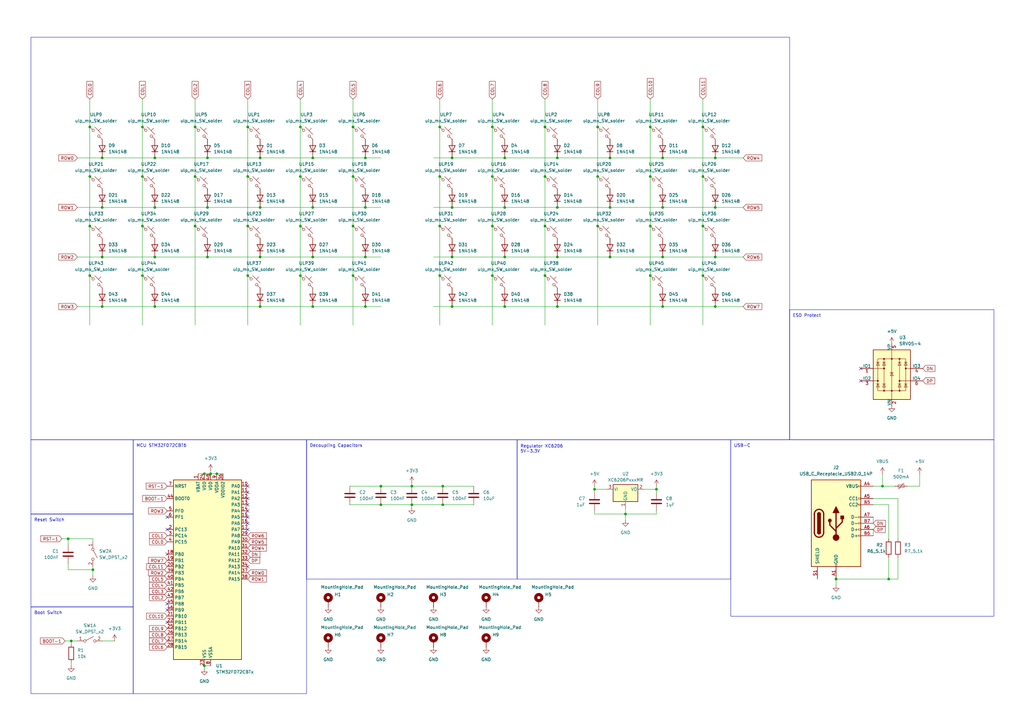
<source format=kicad_sch>
(kicad_sch (version 20231120) (generator "eeschema") (generator_version "8.0")
  (paper "A3")
  (junction (at 106.68 64.77))
  (junction (at 123.19 92.71))
  (junction (at 361.95 199.39))
  (junction (at 245.11 52.07))
  (junction (at 245.11 72.39))
  (junction (at 83.82 194.31))
  (junction (at 149.86 85.09))
  (junction (at 38.1 233.68))
  (junction (at 293.37 85.09))
  (junction (at 271.78 105.41))
  (junction (at 228.6 85.09))
  (junction (at 128.27 125.73))
  (junction (at 185.42 125.73))
  (junction (at 80.01 72.39))
  (junction (at 85.09 85.09))
  (junction (at 85.09 105.41))
  (junction (at 269.24 200.66))
  (junction (at 106.68 105.41))
  (junction (at 185.42 85.09))
  (junction (at 144.78 113.03))
  (junction (at 36.83 92.71))
  (junction (at 41.91 125.73))
  (junction (at 180.34 113.03))
  (junction (at 101.6 92.71))
  (junction (at 41.91 64.77))
  (junction (at 342.9 237.49))
  (junction (at 364.49 237.49))
  (junction (at 271.78 125.73))
  (junction (at 144.78 72.39))
  (junction (at 243.84 200.66))
  (junction (at 80.01 52.07))
  (junction (at 180.34 72.39))
  (junction (at 123.19 72.39))
  (junction (at 144.78 52.07))
  (junction (at 41.91 85.09))
  (junction (at 201.93 113.03))
  (junction (at 223.52 113.03))
  (junction (at 293.37 105.41))
  (junction (at 36.83 52.07))
  (junction (at 156.21 207.01))
  (junction (at 288.29 72.39))
  (junction (at 250.19 64.77))
  (junction (at 207.01 125.73))
  (junction (at 288.29 113.03))
  (junction (at 223.52 92.71))
  (junction (at 181.61 207.01))
  (junction (at 128.27 64.77))
  (junction (at 266.7 52.07))
  (junction (at 271.78 85.09))
  (junction (at 85.09 64.77))
  (junction (at 201.93 92.71))
  (junction (at 250.19 85.09))
  (junction (at 228.6 125.73))
  (junction (at 123.19 52.07))
  (junction (at 168.91 199.39))
  (junction (at 63.5 64.77))
  (junction (at 223.52 52.07))
  (junction (at 63.5 85.09))
  (junction (at 106.68 125.73))
  (junction (at 266.7 72.39))
  (junction (at 293.37 64.77))
  (junction (at 201.93 52.07))
  (junction (at 250.19 105.41))
  (junction (at 149.86 125.73))
  (junction (at 29.21 262.89))
  (junction (at 180.34 52.07))
  (junction (at 228.6 105.41))
  (junction (at 128.27 85.09))
  (junction (at 271.78 64.77))
  (junction (at 288.29 92.71))
  (junction (at 83.82 273.05))
  (junction (at 58.42 92.71))
  (junction (at 128.27 105.41))
  (junction (at 63.5 105.41))
  (junction (at 58.42 113.03))
  (junction (at 266.7 113.03))
  (junction (at 106.68 85.09))
  (junction (at 27.94 220.98))
  (junction (at 185.42 105.41))
  (junction (at 207.01 85.09))
  (junction (at 88.9 194.31))
  (junction (at 288.29 52.07))
  (junction (at 86.36 194.31))
  (junction (at 181.61 199.39))
  (junction (at 201.93 72.39))
  (junction (at 228.6 64.77))
  (junction (at 149.86 105.41))
  (junction (at 207.01 64.77))
  (junction (at 185.42 64.77))
  (junction (at 156.21 199.39))
  (junction (at 245.11 92.71))
  (junction (at 223.52 72.39))
  (junction (at 58.42 52.07))
  (junction (at 101.6 113.03))
  (junction (at 41.91 105.41))
  (junction (at 256.54 210.82))
  (junction (at 293.37 125.73))
  (junction (at 144.78 92.71))
  (junction (at 168.91 207.01))
  (junction (at 149.86 64.77))
  (junction (at 101.6 52.07))
  (junction (at 36.83 72.39))
  (junction (at 101.6 72.39))
  (junction (at 36.83 113.03))
  (junction (at 58.42 72.39))
  (junction (at 180.34 92.71))
  (junction (at 63.5 125.73))
  (junction (at 207.01 105.41))
  (junction (at 123.19 113.03))
  (junction (at 266.7 92.71))
  (junction (at 80.01 92.71))
  (no_connect (at 101.6 212.09))
  (no_connect (at 68.58 250.19))
  (no_connect (at 101.6 214.63))
  (no_connect (at 101.6 207.01))
  (no_connect (at 101.6 232.41))
  (no_connect (at 101.6 204.47))
  (no_connect (at 68.58 247.65))
  (no_connect (at 101.6 201.93))
  (no_connect (at 68.58 255.27))
  (no_connect (at 68.58 217.17))
  (no_connect (at 101.6 209.55))
  (no_connect (at 68.58 212.09))
  (no_connect (at 353.06 151.13))
  (no_connect (at 101.6 217.17))
  (no_connect (at 353.06 156.21))
  (no_connect (at 101.6 199.39))
  (no_connect (at 68.58 227.33))
  (wire (pts (xy 168.91 207.01) (xy 181.61 207.01)))
  (wire (pts (xy 156.21 105.41) (xy 149.86 105.41)))
  (wire (pts (xy 149.86 125.73) (xy 156.21 125.73)))
  (wire (pts (xy 223.52 92.71) (xy 223.52 113.03)))
  (wire (pts (xy 25.4 220.98) (xy 27.94 220.98)))
  (wire (pts (xy 83.82 194.31) (xy 86.36 194.31)))
  (wire (pts (xy 106.68 125.73) (xy 128.27 125.73)))
  (wire (pts (xy 271.78 125.73) (xy 293.37 125.73)))
  (wire (pts (xy 63.5 105.41) (xy 41.91 105.41)))
  (wire (pts (xy 243.84 209.55) (xy 243.84 210.82)))
  (wire (pts (xy 293.37 125.73) (xy 304.8 125.73)))
  (wire (pts (xy 180.34 72.39) (xy 180.34 92.71)))
  (wire (pts (xy 128.27 125.73) (xy 149.86 125.73)))
  (wire (pts (xy 266.7 40.64) (xy 266.7 52.07)))
  (wire (pts (xy 243.84 210.82) (xy 256.54 210.82)))
  (wire (pts (xy 293.37 64.77) (xy 304.8 64.77)))
  (wire (pts (xy 144.78 40.64) (xy 144.78 52.07)))
  (wire (pts (xy 288.29 92.71) (xy 288.29 113.03)))
  (wire (pts (xy 207.01 64.77) (xy 228.6 64.77)))
  (wire (pts (xy 36.83 52.07) (xy 36.83 72.39)))
  (wire (pts (xy 256.54 210.82) (xy 256.54 213.36)))
  (wire (pts (xy 106.68 85.09) (xy 128.27 85.09)))
  (wire (pts (xy 288.29 52.07) (xy 288.29 72.39)))
  (wire (pts (xy 86.36 193.04) (xy 86.36 194.31)))
  (wire (pts (xy 207.01 105.41) (xy 228.6 105.41)))
  (wire (pts (xy 250.19 105.41) (xy 271.78 105.41)))
  (wire (pts (xy 168.91 207.01) (xy 168.91 208.28)))
  (wire (pts (xy 223.52 52.07) (xy 223.52 72.39)))
  (wire (pts (xy 149.86 85.09) (xy 156.21 85.09)))
  (wire (pts (xy 31.75 85.09) (xy 41.91 85.09)))
  (wire (pts (xy 58.42 72.39) (xy 58.42 92.71)))
  (wire (pts (xy 101.6 40.64) (xy 101.6 52.07)))
  (wire (pts (xy 106.68 105.41) (xy 85.09 105.41)))
  (wire (pts (xy 29.21 262.89) (xy 29.21 264.16)))
  (wire (pts (xy 27.94 220.98) (xy 38.1 220.98)))
  (wire (pts (xy 266.7 113.03) (xy 266.7 133.35)))
  (wire (pts (xy 269.24 199.39) (xy 269.24 200.66)))
  (wire (pts (xy 269.24 200.66) (xy 269.24 201.93)))
  (wire (pts (xy 228.6 125.73) (xy 271.78 125.73)))
  (wire (pts (xy 58.42 52.07) (xy 58.42 72.39)))
  (wire (pts (xy 86.36 194.31) (xy 88.9 194.31)))
  (wire (pts (xy 243.84 199.39) (xy 243.84 200.66)))
  (wire (pts (xy 269.24 209.55) (xy 269.24 210.82)))
  (wire (pts (xy 243.84 200.66) (xy 243.84 201.93)))
  (wire (pts (xy 185.42 105.41) (xy 207.01 105.41)))
  (wire (pts (xy 29.21 262.89) (xy 31.75 262.89)))
  (wire (pts (xy 36.83 72.39) (xy 36.83 92.71)))
  (wire (pts (xy 201.93 72.39) (xy 201.93 92.71)))
  (wire (pts (xy 27.94 220.98) (xy 27.94 223.52)))
  (wire (pts (xy 31.75 64.77) (xy 41.91 64.77)))
  (wire (pts (xy 101.6 72.39) (xy 101.6 92.71)))
  (wire (pts (xy 256.54 208.28) (xy 256.54 210.82)))
  (wire (pts (xy 168.91 198.12) (xy 168.91 199.39)))
  (wire (pts (xy 81.28 194.31) (xy 83.82 194.31)))
  (wire (pts (xy 364.49 237.49) (xy 368.3 237.49)))
  (wire (pts (xy 264.16 200.66) (xy 269.24 200.66)))
  (wire (pts (xy 364.49 228.6) (xy 364.49 237.49)))
  (wire (pts (xy 180.34 40.64) (xy 180.34 52.07)))
  (wire (pts (xy 27.94 231.14) (xy 27.94 233.68)))
  (wire (pts (xy 149.86 64.77) (xy 156.21 64.77)))
  (wire (pts (xy 201.93 40.64) (xy 201.93 52.07)))
  (wire (pts (xy 358.14 217.17) (xy 358.14 219.71)))
  (wire (pts (xy 271.78 64.77) (xy 293.37 64.77)))
  (wire (pts (xy 368.3 204.47) (xy 368.3 220.98)))
  (wire (pts (xy 156.21 199.39) (xy 168.91 199.39)))
  (wire (pts (xy 271.78 105.41) (xy 293.37 105.41)))
  (wire (pts (xy 156.21 207.01) (xy 168.91 207.01)))
  (wire (pts (xy 58.42 92.71) (xy 58.42 113.03)))
  (wire (pts (xy 358.14 204.47) (xy 368.3 204.47)))
  (wire (pts (xy 181.61 199.39) (xy 194.31 199.39)))
  (wire (pts (xy 288.29 72.39) (xy 288.29 92.71)))
  (wire (pts (xy 201.93 92.71) (xy 201.93 113.03)))
  (wire (pts (xy 36.83 113.03) (xy 36.83 133.35)))
  (wire (pts (xy 128.27 64.77) (xy 149.86 64.77)))
  (wire (pts (xy 266.7 92.71) (xy 266.7 113.03)))
  (wire (pts (xy 80.01 40.64) (xy 80.01 52.07)))
  (wire (pts (xy 101.6 52.07) (xy 101.6 72.39)))
  (wire (pts (xy 128.27 85.09) (xy 149.86 85.09)))
  (wire (pts (xy 144.78 113.03) (xy 144.78 133.35)))
  (wire (pts (xy 361.95 199.39) (xy 367.03 199.39)))
  (wire (pts (xy 180.34 52.07) (xy 180.34 72.39)))
  (wire (pts (xy 85.09 64.77) (xy 106.68 64.77)))
  (wire (pts (xy 85.09 85.09) (xy 106.68 85.09)))
  (wire (pts (xy 123.19 113.03) (xy 123.19 133.35)))
  (wire (pts (xy 228.6 105.41) (xy 250.19 105.41)))
  (wire (pts (xy 123.19 72.39) (xy 123.19 92.71)))
  (wire (pts (xy 83.82 273.05) (xy 83.82 274.32)))
  (wire (pts (xy 372.11 199.39) (xy 377.19 199.39)))
  (wire (pts (xy 31.75 125.73) (xy 41.91 125.73)))
  (wire (pts (xy 181.61 207.01) (xy 194.31 207.01)))
  (wire (pts (xy 245.11 72.39) (xy 245.11 92.71)))
  (wire (pts (xy 63.5 64.77) (xy 85.09 64.77)))
  (wire (pts (xy 256.54 210.82) (xy 269.24 210.82)))
  (wire (pts (xy 364.49 207.01) (xy 364.49 220.98)))
  (wire (pts (xy 250.19 85.09) (xy 271.78 85.09)))
  (wire (pts (xy 342.9 237.49) (xy 364.49 237.49)))
  (wire (pts (xy 266.7 72.39) (xy 266.7 92.71)))
  (wire (pts (xy 248.92 200.66) (xy 243.84 200.66)))
  (wire (pts (xy 38.1 220.98) (xy 38.1 222.25)))
  (wire (pts (xy 80.01 72.39) (xy 80.01 92.71)))
  (wire (pts (xy 38.1 233.68) (xy 38.1 236.22)))
  (wire (pts (xy 123.19 40.64) (xy 123.19 52.07)))
  (wire (pts (xy 361.95 194.31) (xy 361.95 199.39)))
  (wire (pts (xy 144.78 72.39) (xy 144.78 92.71)))
  (wire (pts (xy 185.42 64.77) (xy 207.01 64.77)))
  (wire (pts (xy 144.78 92.71) (xy 144.78 113.03)))
  (wire (pts (xy 36.83 40.64) (xy 36.83 52.07)))
  (wire (pts (xy 201.93 52.07) (xy 201.93 72.39)))
  (wire (pts (xy 293.37 85.09) (xy 304.8 85.09)))
  (wire (pts (xy 41.91 125.73) (xy 63.5 125.73)))
  (wire (pts (xy 185.42 85.09) (xy 207.01 85.09)))
  (wire (pts (xy 207.01 125.73) (xy 228.6 125.73)))
  (wire (pts (xy 41.91 64.77) (xy 63.5 64.77)))
  (wire (pts (xy 245.11 52.07) (xy 245.11 72.39)))
  (wire (pts (xy 185.42 125.73) (xy 207.01 125.73)))
  (wire (pts (xy 38.1 233.68) (xy 38.1 232.41)))
  (wire (pts (xy 168.91 199.39) (xy 181.61 199.39)))
  (wire (pts (xy 63.5 125.73) (xy 106.68 125.73)))
  (wire (pts (xy 143.51 207.01) (xy 156.21 207.01)))
  (wire (pts (xy 123.19 92.71) (xy 123.19 113.03)))
  (wire (pts (xy 63.5 85.09) (xy 85.09 85.09)))
  (wire (pts (xy 41.91 85.09) (xy 63.5 85.09)))
  (wire (pts (xy 358.14 212.09) (xy 358.14 214.63)))
  (wire (pts (xy 83.82 273.05) (xy 86.36 273.05)))
  (wire (pts (xy 180.34 92.71) (xy 180.34 113.03)))
  (wire (pts (xy 180.34 113.03) (xy 180.34 133.35)))
  (wire (pts (xy 144.78 52.07) (xy 144.78 72.39)))
  (wire (pts (xy 58.42 40.64) (xy 58.42 52.07)))
  (wire (pts (xy 58.42 113.03) (xy 58.42 133.35)))
  (wire (pts (xy 177.8 85.09) (xy 185.42 85.09)))
  (wire (pts (xy 266.7 52.07) (xy 266.7 72.39)))
  (wire (pts (xy 177.8 125.73) (xy 185.42 125.73)))
  (wire (pts (xy 228.6 85.09) (xy 250.19 85.09)))
  (wire (pts (xy 177.8 64.77) (xy 185.42 64.77)))
  (wire (pts (xy 250.19 64.77) (xy 271.78 64.77)))
  (wire (pts (xy 368.3 228.6) (xy 368.3 237.49)))
  (wire (pts (xy 201.93 113.03) (xy 201.93 133.35)))
  (wire (pts (xy 128.27 105.41) (xy 106.68 105.41)))
  (wire (pts (xy 143.51 199.39) (xy 156.21 199.39)))
  (wire (pts (xy 80.01 92.71) (xy 80.01 133.35)))
  (wire (pts (xy 288.29 113.03) (xy 288.29 133.35)))
  (wire (pts (xy 293.37 105.41) (xy 304.8 105.41)))
  (wire (pts (xy 177.8 105.41) (xy 185.42 105.41)))
  (wire (pts (xy 101.6 92.71) (xy 101.6 113.03)))
  (wire (pts (xy 228.6 64.77) (xy 250.19 64.77)))
  (wire (pts (xy 342.9 240.03) (xy 342.9 237.49)))
  (wire (pts (xy 36.83 92.71) (xy 36.83 113.03)))
  (wire (pts (xy 149.86 105.41) (xy 128.27 105.41)))
  (wire (pts (xy 207.01 85.09) (xy 228.6 85.09)))
  (wire (pts (xy 85.09 105.41) (xy 63.5 105.41)))
  (wire (pts (xy 288.29 40.64) (xy 288.29 52.07)))
  (wire (pts (xy 245.11 92.71) (xy 245.11 133.35)))
  (wire (pts (xy 358.14 207.01) (xy 364.49 207.01)))
  (wire (pts (xy 101.6 113.03) (xy 101.6 133.35)))
  (wire (pts (xy 223.52 113.03) (xy 223.52 133.35)))
  (wire (pts (xy 26.67 262.89) (xy 29.21 262.89)))
  (wire (pts (xy 377.19 194.31) (xy 377.19 199.39)))
  (wire (pts (xy 29.21 271.78) (xy 29.21 273.05)))
  (wire (pts (xy 223.52 72.39) (xy 223.52 92.71)))
  (wire (pts (xy 223.52 40.64) (xy 223.52 52.07)))
  (wire (pts (xy 41.91 105.41) (xy 31.75 105.41)))
  (wire (pts (xy 271.78 85.09) (xy 293.37 85.09)))
  (wire (pts (xy 41.91 262.89) (xy 46.99 262.89)))
  (wire (pts (xy 123.19 52.07) (xy 123.19 72.39)))
  (wire (pts (xy 88.9 194.31) (xy 91.44 194.31)))
  (wire (pts (xy 27.94 233.68) (xy 38.1 233.68)))
  (wire (pts (xy 245.11 40.64) (xy 245.11 52.07)))
  (wire (pts (xy 358.14 199.39) (xy 361.95 199.39)))
  (wire (pts (xy 106.68 64.77) (xy 128.27 64.77)))
  (wire (pts (xy 80.01 52.07) (xy 80.01 72.39)))
  (rectangle (start 299.72 180.34) (end 407.67 252.73))
  (rectangle (start 12.7 248.92) (end 54.61 284.48))
  (rectangle (start 125.73 180.34) (end 212.09 237.49))
  (rectangle (start 212.09 180.34) (end 299.72 237.49))
  (rectangle (start 12.7 210.82) (end 54.61 248.92))
  (rectangle (start 323.85 127) (end 407.67 180.34))
  (rectangle (start 12.7 15.24) (end 323.85 180.34))
  (rectangle (start 54.61 180.34) (end 125.73 284.48))
  (rectangle (start 12.7 180.34) (end 54.61 210.82))
  (text "Decoupling Capacitors\n" (at 127 182.88 0) (effects (font (size 1.27 1.27)) (justify left)))
  (text "MCU STM32F072CBT6" (at 55.88 182.88 0) (effects (font (size 1.27 1.27)) (justify left)))
  (text "Reset Switch\n" (at 13.97 213.36 0) (effects (font (size 1.27 1.27)) (justify left)))
  (text "USB-C" (at 300.99 182.88 0) (effects (font (size 1.27 1.27)) (justify left)))
  (text "Regulator XC6206\n5V-3.3V\n" (at 213.36 184.15 0) (effects (font (size 1.27 1.27)) (justify left)))
  (text "Boot Switch\n" (at 13.97 251.46 0) (effects (font (size 1.27 1.27)) (justify left)))
  (text "ESD Protect" (at 325.12 129.54 0) (effects (font (size 1.27 1.27)) (justify left)))
  (global_label "ROW2" (shape input) (at 68.58 234.95 180) (property "Intersheetrefs" "${INTERSHEET_REFS}" (effects (hide yes))))
  (global_label "ROW3" (shape input) (at 31.75 125.73 180) (property "Intersheetrefs" "${INTERSHEET_REFS}" (effects (hide yes))))
  (global_label "ROW2" (shape input) (at 31.75 105.41 180) (property "Intersheetrefs" "${INTERSHEET_REFS}" (effects (hide yes))))
  (global_label "COL0" (shape input) (at 36.83 40.64 90) (property "Intersheetrefs" "${INTERSHEET_REFS}" (effects (hide yes))))
  (global_label "COL5" (shape input) (at 144.78 40.64 90) (property "Intersheetrefs" "${INTERSHEET_REFS}" (effects (hide yes))))
  (global_label "ROW3" (shape input) (at 68.58 209.55 180) (property "Intersheetrefs" "${INTERSHEET_REFS}" (effects (hide yes))))
  (global_label "DP" (shape input) (at 378.46 156.21 0) (property "Intersheetrefs" "${INTERSHEET_REFS}" (effects (hide yes))))
  (global_label "ROW4" (shape input) (at 101.6 224.79 0) (property "Intersheetrefs" "${INTERSHEET_REFS}" (effects (hide yes))))
  (global_label "DP" (shape input) (at 358.14 217.17 0) (property "Intersheetrefs" "${INTERSHEET_REFS}" (effects (hide yes))))
  (global_label "COL5" (shape input) (at 68.58 237.49 180) (property "Intersheetrefs" "${INTERSHEET_REFS}" (effects (hide yes))))
  (global_label "ROW6" (shape input) (at 304.8 105.41 0) (property "Intersheetrefs" "${INTERSHEET_REFS}" (effects (hide yes))))
  (global_label "BOOT-1" (shape input) (at 68.58 204.47 180) (property "Intersheetrefs" "${INTERSHEET_REFS}" (effects (hide yes))))
  (global_label "COL2" (shape input) (at 68.58 245.11 180) (property "Intersheetrefs" "${INTERSHEET_REFS}" (effects (hide yes))))
  (global_label "COL10" (shape input) (at 68.58 252.73 180) (property "Intersheetrefs" "${INTERSHEET_REFS}" (effects (hide yes))))
  (global_label "COL4" (shape input) (at 68.58 240.03 180) (property "Intersheetrefs" "${INTERSHEET_REFS}" (effects (hide yes))))
  (global_label "COL6" (shape input) (at 180.34 40.64 90) (property "Intersheetrefs" "${INTERSHEET_REFS}" (effects (hide yes))))
  (global_label "ROW6" (shape input) (at 101.6 219.71 0) (property "Intersheetrefs" "${INTERSHEET_REFS}" (effects (hide yes))))
  (global_label "ROW7" (shape input) (at 68.58 229.87 180) (property "Intersheetrefs" "${INTERSHEET_REFS}" (effects (hide yes))))
  (global_label "COL8" (shape input) (at 223.52 40.64 90) (property "Intersheetrefs" "${INTERSHEET_REFS}" (effects (hide yes))))
  (global_label "COL11" (shape input) (at 288.29 40.64 90) (property "Intersheetrefs" "${INTERSHEET_REFS}" (effects (hide yes))))
  (global_label "COL4" (shape input) (at 123.19 40.64 90) (property "Intersheetrefs" "${INTERSHEET_REFS}" (effects (hide yes))))
  (global_label "RST-1" (shape input) (at 68.58 199.39 180) (property "Intersheetrefs" "${INTERSHEET_REFS}" (effects (hide yes))))
  (global_label "COL9" (shape input) (at 68.58 257.81 180) (property "Intersheetrefs" "${INTERSHEET_REFS}" (effects (hide yes))))
  (global_label "COL10" (shape input) (at 266.7 40.64 90) (property "Intersheetrefs" "${INTERSHEET_REFS}" (effects (hide yes))))
  (global_label "COL8" (shape input) (at 68.58 260.35 180) (property "Intersheetrefs" "${INTERSHEET_REFS}" (effects (hide yes))))
  (global_label "ROW5" (shape input) (at 304.8 85.09 0) (property "Intersheetrefs" "${INTERSHEET_REFS}" (effects (hide yes))))
  (global_label "COL11" (shape input) (at 68.58 232.41 180) (property "Intersheetrefs" "${INTERSHEET_REFS}" (effects (hide yes))))
  (global_label "COL7" (shape input) (at 68.58 262.89 180) (property "Intersheetrefs" "${INTERSHEET_REFS}" (effects (hide yes))))
  (global_label "COL7" (shape input) (at 201.93 40.64 90) (property "Intersheetrefs" "${INTERSHEET_REFS}" (effects (hide yes))))
  (global_label "COL1" (shape input) (at 58.42 40.64 90) (property "Intersheetrefs" "${INTERSHEET_REFS}" (effects (hide yes))))
  (global_label "DN" (shape input) (at 378.46 151.13 0) (property "Intersheetrefs" "${INTERSHEET_REFS}" (effects (hide yes))))
  (global_label "RST-1" (shape input) (at 25.4 220.98 180) (property "Intersheetrefs" "${INTERSHEET_REFS}" (effects (hide yes))))
  (global_label "ROW4" (shape input) (at 304.8 64.77 0) (property "Intersheetrefs" "${INTERSHEET_REFS}" (effects (hide yes))))
  (global_label "COL9" (shape input) (at 245.11 40.64 90) (property "Intersheetrefs" "${INTERSHEET_REFS}" (effects (hide yes))))
  (global_label "DP" (shape input) (at 101.6 229.87 0) (property "Intersheetrefs" "${INTERSHEET_REFS}" (effects (hide yes))))
  (global_label "ROW7" (shape input) (at 304.8 125.73 0) (property "Intersheetrefs" "${INTERSHEET_REFS}" (effects (hide yes))))
  (global_label "COL6" (shape input) (at 68.58 265.43 180) (property "Intersheetrefs" "${INTERSHEET_REFS}" (effects (hide yes))))
  (global_label "ROW0" (shape input) (at 31.75 64.77 180) (property "Intersheetrefs" "${INTERSHEET_REFS}" (effects (hide yes))))
  (global_label "COL3" (shape input) (at 68.58 242.57 180) (property "Intersheetrefs" "${INTERSHEET_REFS}" (effects (hide yes))))
  (global_label "BOOT-1" (shape input) (at 26.67 262.89 180) (property "Intersheetrefs" "${INTERSHEET_REFS}" (effects (hide yes))))
  (global_label "COL2" (shape input) (at 80.01 40.64 90) (property "Intersheetrefs" "${INTERSHEET_REFS}" (effects (hide yes))))
  (global_label "ROW1" (shape input) (at 31.75 85.09 180) (property "Intersheetrefs" "${INTERSHEET_REFS}" (effects (hide yes))))
  (global_label "COL3" (shape input) (at 101.6 40.64 90) (property "Intersheetrefs" "${INTERSHEET_REFS}" (effects (hide yes))))
  (global_label "COL1" (shape input) (at 68.58 219.71 180) (property "Intersheetrefs" "${INTERSHEET_REFS}" (effects (hide yes))))
  (global_label "DN" (shape input) (at 101.6 227.33 0) (property "Intersheetrefs" "${INTERSHEET_REFS}" (effects (hide yes))))
  (global_label "ROW1" (shape input) (at 101.6 237.49 0) (property "Intersheetrefs" "${INTERSHEET_REFS}" (effects (hide yes))))
  (global_label "ROW5" (shape input) (at 101.6 222.25 0) (property "Intersheetrefs" "${INTERSHEET_REFS}" (effects (hide yes))))
  (global_label "DN" (shape input) (at 358.14 214.63 0) (property "Intersheetrefs" "${INTERSHEET_REFS}" (effects (hide yes))))
  (global_label "ROW0" (shape input) (at 101.6 234.95 0) (property "Intersheetrefs" "${INTERSHEET_REFS}" (effects (hide yes))))
  (global_label "COL0" (shape input) (at 68.58 222.25 180) (property "Intersheetrefs" "${INTERSHEET_REFS}" (effects (hide yes))))
  (symbol (lib_id "Device:D") (at 149.86 60.96 90) (unit 1)
    (property "Reference" "D6" (at 152.4 59.6899 90) (effects (justify right)))
    (property "Value" "1N4148" (at 152.4 62.2299 90) (effects (justify right)))
    (property "Footprint" "Diode_SMD:D_SOD-323" (effects (hide yes)))
    (property "Description" "Diode" (effects (hide yes)))
    (property "Sim.Device" "D" (effects (hide yes)))
    (property "Sim.Pins" "1=K 2=A" (effects (hide yes)))
  )
  (symbol (lib_id "power:GND") (at 365.76 166.37 0) (unit 1)
    (property "Reference" "#PWR016" (effects (hide yes)))
    (property "Value" "GND" (at 365.76 171.45 0))
    (property "Description" "Power symbol creates a global label with name \"GND\" , ground" (effects (hide yes)))
  )
  (symbol (lib_id "Device:C") (at 143.51 203.2 0) (unit 1)
    (property "Reference" "C2" (at 147.32 201.9299 0) (effects (justify left)))
    (property "Value" "100nF" (at 147.32 204.4699 0) (effects (justify left)))
    (property "Footprint" "Capacitor_SMD:C_0402_1005Metric" (effects (hide yes)))
    (property "Description" "Unpolarized capacitor" (effects (hide yes)))
  )
  (symbol (lib_id "Device:D") (at 293.37 121.92 90) (unit 1)
    (property "Reference" "D46" (at 295.91 120.6499 90) (effects (justify right)))
    (property "Value" "1N4148" (at 295.91 123.1899 90) (effects (justify right)))
    (property "Footprint" "Diode_SMD:D_SOD-323" (effects (hide yes)))
    (property "Description" "Diode" (effects (hide yes)))
    (property "Sim.Device" "D" (effects (hide yes)))
    (property "Sim.Pins" "1=K 2=A" (effects (hide yes)))
  )
  (symbol (lib_id "Device:D") (at 63.5 121.92 90) (unit 1)
    (property "Reference" "D44" (at 66.04 120.6499 90) (effects (justify right)))
    (property "Value" "1N4148" (at 66.04 123.1899 90) (effects (justify right)))
    (property "Footprint" "Diode_SMD:D_SOD-323" (effects (hide yes)))
    (property "Description" "Diode" (effects (hide yes)))
    (property "Sim.Device" "D" (effects (hide yes)))
    (property "Sim.Pins" "1=K 2=A" (effects (hide yes)))
  )
  (symbol (lib_id "Device:D") (at 128.27 81.28 90) (unit 1)
    (property "Reference" "D15" (at 130.81 80.0099 90) (effects (justify right)))
    (property "Value" "1N4148" (at 130.81 82.5499 90) (effects (justify right)))
    (property "Footprint" "Diode_SMD:D_SOD-323" (effects (hide yes)))
    (property "Description" "Diode" (effects (hide yes)))
    (property "Sim.Device" "D" (effects (hide yes)))
    (property "Sim.Pins" "1=K 2=A" (effects (hide yes)))
  )
  (symbol (lib_id "Device:D") (at 207.01 60.96 90) (unit 1)
    (property "Reference" "D4" (at 209.55 59.6899 90) (effects (justify right)))
    (property "Value" "1N4148" (at 209.55 62.2299 90) (effects (justify right)))
    (property "Footprint" "Diode_SMD:D_SOD-323" (effects (hide yes)))
    (property "Description" "Diode" (effects (hide yes)))
    (property "Sim.Device" "D" (effects (hide yes)))
    (property "Sim.Pins" "1=K 2=A" (effects (hide yes)))
  )
  (symbol (lib_id "Device:D") (at 41.91 60.96 90) (unit 1)
    (property "Reference" "D9" (at 44.45 59.6899 90) (effects (justify right)))
    (property "Value" "1N4148" (at 44.45 62.2299 90) (effects (justify right)))
    (property "Footprint" "Diode_SMD:D_SOD-323" (effects (hide yes)))
    (property "Description" "Diode" (effects (hide yes)))
    (property "Sim.Device" "D" (effects (hide yes)))
    (property "Sim.Pins" "1=K 2=A" (effects (hide yes)))
  )
  (symbol (lib_id "Device:D") (at 41.91 81.28 90) (unit 1)
    (property "Reference" "D21" (at 44.45 80.0099 90) (effects (justify right)))
    (property "Value" "1N4148" (at 44.45 82.5499 90) (effects (justify right)))
    (property "Footprint" "Diode_SMD:D_SOD-323" (effects (hide yes)))
    (property "Description" "Diode" (effects (hide yes)))
    (property "Sim.Device" "D" (effects (hide yes)))
    (property "Sim.Pins" "1=K 2=A" (effects (hide yes)))
  )
  (symbol (lib_id "Device:D") (at 149.86 81.28 90) (unit 1)
    (property "Reference" "D18" (at 152.4 80.0099 90) (effects (justify right)))
    (property "Value" "1N4148" (at 152.4 82.5499 90) (effects (justify right)))
    (property "Footprint" "Diode_SMD:D_SOD-323" (effects (hide yes)))
    (property "Description" "Diode" (effects (hide yes)))
    (property "Sim.Device" "D" (effects (hide yes)))
    (property "Sim.Pins" "1=K 2=A" (effects (hide yes)))
  )
  (symbol (lib_id "MCU_ST_STM32F0:STM32F072CBTx") (at 83.82 234.95 0) (unit 1)
    (property "Reference" "U1" (at 88.5541 273.05 0) (effects (justify left)))
    (property "Value" "STM32F072CBTx" (at 88.5541 275.59 0) (effects (justify left)))
    (property "Footprint" "Package_QFP:LQFP-48_7x7mm_P0.5mm" (effects (hide yes)))
    (property "Datasheet" "https://www.st.com/resource/en/datasheet/stm32f072cb.pdf" (effects (hide yes)))
    (property "Description" "STMicroelectronics Arm Cortex-M0 MCU, 128KB flash, 16KB RAM, 48 MHz, 2.0-3.6V, 37 GPIO, LQFP48" (effects (hide yes)))
    (property "MPN" "C81720" (effects (hide yes)))
  )
  (symbol (lib_id "power:GND") (at 199.39 265.43 0) (unit 1)
    (property "Reference" "#PWR024" (effects (hide yes)))
    (property "Value" "GND" (at 199.39 270.51 0))
    (property "Description" "Power symbol creates a global label with name \"GND\" , ground" (effects (hide yes)))
  )
  (symbol (lib_id "PCM_marbastlib-choc:choc_v1_SW_solder") (at 39.37 74.93 0) (unit 1)
    (property "Reference" "ULP21" (at 39.37 67.31 0))
    (property "Value" "ulp_mx_SW_solder" (at 39.37 69.85 0))
    (property "Footprint" "PCM_marbastlib-xp-mx:SW_MX_ULP_1u" (effects (hide yes)))
    (property "Description" "Push button switch, normally open, two pins, 45° tilted" (effects (hide yes)))
  )
  (symbol (lib_id "Device:D") (at 41.91 121.92 90) (unit 1)
    (property "Reference" "D43" (at 44.45 120.6499 90) (effects (justify right)))
    (property "Value" "1N4148" (at 44.45 123.1899 90) (effects (justify right)))
    (property "Footprint" "Diode_SMD:D_SOD-323" (effects (hide yes)))
    (property "Description" "Diode" (effects (hide yes)))
    (property "Sim.Device" "D" (effects (hide yes)))
    (property "Sim.Pins" "1=K 2=A" (effects (hide yes)))
  )
  (symbol (lib_id "PCM_marbastlib-choc:choc_v1_SW_solder") (at 60.96 74.93 0) (unit 1)
    (property "Reference" "ULP22" (at 60.96 67.31 0))
    (property "Value" "ulp_mx_SW_solder" (at 60.96 69.85 0))
    (property "Footprint" "PCM_marbastlib-xp-mx:SW_MX_ULP_1u" (effects (hide yes)))
    (property "Description" "Push button switch, normally open, two pins, 45° tilted" (effects (hide yes)))
  )
  (symbol (lib_id "PCM_marbastlib-choc:choc_v1_SW_solder") (at 147.32 95.25 0) (unit 1)
    (property "Reference" "ULP30" (at 147.32 87.63 0))
    (property "Value" "ulp_mx_SW_solder" (at 147.32 90.17 0))
    (property "Footprint" "PCM_marbastlib-xp-mx:SW_MX_ULP_1u" (effects (hide yes)))
    (property "Description" "Push button switch, normally open, two pins, 45° tilted" (effects (hide yes)))
  )
  (symbol (lib_id "Mechanical:MountingHole_Pad") (at 177.8 262.89 0) (unit 1) (exclude_from_sim yes) (in_bom no)
    (property "Reference" "H8" (at 180.34 260.3499 0) (effects (justify left)))
    (property "Value" "MountingHole_Pad" (at 174.752 257.302 0) (effects (justify left)))
    (property "Footprint" "MountingHole:MountingHole_3.2mm_M3_ISO14580_Pad" (effects (hide yes)))
    (property "Description" "Mounting Hole with connection" (effects (hide yes)))
  )
  (symbol (lib_id "Mechanical:MountingHole_Pad") (at 156.21 246.38 0) (unit 1) (exclude_from_sim yes) (in_bom no)
    (property "Reference" "H2" (at 158.75 243.8399 0) (effects (justify left)))
    (property "Value" "MountingHole_Pad" (at 153.162 240.792 0) (effects (justify left)))
    (property "Footprint" "MountingHole:MountingHole_3.2mm_M3_ISO14580_Pad" (effects (hide yes)))
    (property "Description" "Mounting Hole with connection" (effects (hide yes)))
  )
  (symbol (lib_id "power:+5V") (at 365.76 140.97 0) (unit 1)
    (property "Reference" "#PWR015" (effects (hide yes)))
    (property "Value" "+5V" (at 365.76 135.89 0))
    (property "Description" "Power symbol creates a global label with name \"+5V\"" (effects (hide yes)))
  )
  (symbol (lib_id "Device:R") (at 29.21 267.97 0) (unit 1)
    (property "Reference" "R1" (at 31.75 266.6999 0) (effects (justify left)))
    (property "Value" "10k" (at 31.75 269.2399 0) (effects (justify left)))
    (property "Footprint" "Resistor_SMD:R_0402_1005Metric" (effects (hide yes)))
    (property "Description" "Resistor" (effects (hide yes)))
  )
  (symbol (lib_id "power:GND") (at 29.21 273.05 0) (unit 1)
    (property "Reference" "#PWR01" (effects (hide yes)))
    (property "Value" "GND" (at 29.21 278.13 0))
    (property "Description" "Power symbol creates a global label with name \"GND\" , ground" (effects (hide yes)))
  )
  (symbol (lib_id "power:GND") (at 134.62 265.43 0) (unit 1)
    (property "Reference" "#PWR021" (effects (hide yes)))
    (property "Value" "GND" (at 134.62 270.51 0))
    (property "Description" "Power symbol creates a global label with name \"GND\" , ground" (effects (hide yes)))
  )
  (symbol (lib_id "PCM_marbastlib-choc:choc_v1_SW_solder") (at 204.47 74.93 0) (unit 1)
    (property "Reference" "ULP16" (at 204.47 67.31 0))
    (property "Value" "ulp_mx_SW_solder" (at 204.47 69.85 0))
    (property "Footprint" "PCM_marbastlib-xp-mx:SW_MX_ULP_1u" (effects (hide yes)))
    (property "Description" "Push button switch, normally open, two pins, 45° tilted" (effects (hide yes)))
  )
  (symbol (lib_id "Device:D") (at 128.27 60.96 90) (unit 1)
    (property "Reference" "D3" (at 130.81 59.6899 90) (effects (justify right)))
    (property "Value" "1N4148" (at 130.81 62.2299 90) (effects (justify right)))
    (property "Footprint" "Diode_SMD:D_SOD-323" (effects (hide yes)))
    (property "Description" "Diode" (effects (hide yes)))
    (property "Sim.Device" "D" (effects (hide yes)))
    (property "Sim.Pins" "1=K 2=A" (effects (hide yes)))
  )
  (symbol (lib_id "power:GND") (at 38.1 236.22 0) (unit 1)
    (property "Reference" "#PWR02" (effects (hide yes)))
    (property "Value" "GND" (at 38.1 241.3 0))
    (property "Description" "Power symbol creates a global label with name \"GND\" , ground" (effects (hide yes)))
  )
  (symbol (lib_id "PCM_marbastlib-choc:choc_v1_SW_solder") (at 82.55 74.93 0) (unit 1)
    (property "Reference" "ULP17" (at 82.55 67.31 0))
    (property "Value" "ulp_mx_SW_solder" (at 82.55 69.85 0))
    (property "Footprint" "PCM_marbastlib-xp-mx:SW_MX_ULP_1u" (effects (hide yes)))
    (property "Description" "Push button switch, normally open, two pins, 45° tilted" (effects (hide yes)))
  )
  (symbol (lib_id "Power_Protection:SRV05-4") (at 365.76 153.67 0) (unit 1)
    (property "Reference" "U3" (at 368.7765 138.43 0) (effects (justify left)))
    (property "Value" "SRV05-4" (at 368.7765 140.97 0) (effects (justify left)))
    (property "Footprint" "Package_TO_SOT_SMD:SOT-23-6" (effects (hide yes)))
    (property "Datasheet" "http://www.onsemi.com/pub/Collateral/SRV05-4-D.PDF" (effects (hide yes)))
    (property "Description" "ESD Protection Diodes with Low Clamping Voltage, SOT-23-6" (effects (hide yes)))
    (property "MPN" "C7420376" (effects (hide yes)))
  )
  (symbol (lib_id "PCM_marbastlib-choc:choc_v1_SW_solder") (at 247.65 95.25 0) (unit 1)
    (property "Reference" "ULP32" (at 247.65 87.63 0))
    (property "Value" "ulp_mx_SW_solder" (at 247.65 90.17 0))
    (property "Footprint" "PCM_marbastlib-xp-mx:SW_MX_ULP_1u" (effects (hide yes)))
    (property "Description" "Push button switch, normally open, two pins, 45° tilted" (effects (hide yes)))
  )
  (symbol (lib_id "PCM_marbastlib-choc:choc_v1_SW_solder") (at 147.32 54.61 0) (unit 1)
    (property "Reference" "ULP6" (at 147.32 46.99 0))
    (property "Value" "ulp_mx_SW_solder" (at 147.32 49.53 0))
    (property "Footprint" "PCM_marbastlib-xp-mx:SW_MX_ULP_1u" (effects (hide yes)))
    (property "Description" "Push button switch, normally open, two pins, 45° tilted" (effects (hide yes)))
  )
  (symbol (lib_id "Mechanical:MountingHole_Pad") (at 134.62 262.89 0) (unit 1) (exclude_from_sim yes) (in_bom no)
    (property "Reference" "H6" (at 137.16 260.3499 0) (effects (justify left)))
    (property "Value" "MountingHole_Pad" (at 131.572 257.302 0) (effects (justify left)))
    (property "Footprint" "MountingHole:MountingHole_3.2mm_M3_ISO14580_Pad" (effects (hide yes)))
    (property "Description" "Mounting Hole with connection" (effects (hide yes)))
  )
  (symbol (lib_id "Switch:SW_DPST_x2") (at 38.1 227.33 270) (unit 1)
    (property "Reference" "SW2" (at 40.64 226.0599 90) (effects (justify left)))
    (property "Value" "SW_DPST_x2" (at 40.64 228.5999 90) (effects (justify left)))
    (property "Footprint" "Button_Switch_SMD:SW_Push_1P1T_XKB_TS-1187A" (effects (hide yes)))
    (property "Description" "Single Pole Single Throw (SPST) switch, separate symbol" (effects (hide yes)))
    (property "MPN" "C318884" (effects (hide yes)))
  )
  (symbol (lib_id "power:+3V3") (at 269.24 199.39 0) (unit 1)
    (property "Reference" "#PWR012" (effects (hide yes)))
    (property "Value" "+3V3" (at 269.24 194.31 0))
    (property "Description" "Power symbol creates a global label with name \"+3V3\"" (effects (hide yes)))
  )
  (symbol (lib_id "power:GND") (at 168.91 208.28 0) (unit 1)
    (property "Reference" "#PWR09" (effects (hide yes)))
    (property "Value" "GND" (at 168.91 213.36 0))
    (property "Description" "Power symbol creates a global label with name \"GND\" , ground" (effects (hide yes)))
  )
  (symbol (lib_id "PCM_marbastlib-choc:choc_v1_SW_solder") (at 39.37 95.25 0) (unit 1)
    (property "Reference" "ULP33" (at 39.37 87.63 0))
    (property "Value" "ulp_mx_SW_solder" (at 39.37 90.17 0))
    (property "Footprint" "PCM_marbastlib-xp-mx:SW_MX_ULP_1u" (effects (hide yes)))
    (property "Description" "Push button switch, normally open, two pins, 45° tilted" (effects (hide yes)))
  )
  (symbol (lib_id "Device:D") (at 250.19 101.6 90) (unit 1)
    (property "Reference" "D32" (at 252.73 100.3299 90) (effects (justify right)))
    (property "Value" "1N4148" (at 252.73 102.8699 90) (effects (justify right)))
    (property "Footprint" "Diode_SMD:D_SOD-323" (effects (hide yes)))
    (property "Description" "Diode" (effects (hide yes)))
    (property "Sim.Device" "D" (effects (hide yes)))
    (property "Sim.Pins" "1=K 2=A" (effects (hide yes)))
  )
  (symbol (lib_id "Device:C") (at 27.94 227.33 0) (mirror y) (unit 1)
    (property "Reference" "C1" (at 24.13 226.0599 0) (effects (justify left)))
    (property "Value" "100nF" (at 24.13 228.5999 0) (effects (justify left)))
    (property "Footprint" "Capacitor_SMD:C_0402_1005Metric" (effects (hide yes)))
    (property "Description" "Unpolarized capacitor" (effects (hide yes)))
  )
  (symbol (lib_id "Device:D") (at 293.37 81.28 90) (unit 1)
    (property "Reference" "D26" (at 295.91 80.0099 90) (effects (justify right)))
    (property "Value" "1N4148" (at 295.91 82.5499 90) (effects (justify right)))
    (property "Footprint" "Diode_SMD:D_SOD-323" (effects (hide yes)))
    (property "Description" "Diode" (effects (hide yes)))
    (property "Sim.Device" "D" (effects (hide yes)))
    (property "Sim.Pins" "1=K 2=A" (effects (hide yes)))
  )
  (symbol (lib_id "PCM_marbastlib-choc:choc_v1_SW_solder") (at 125.73 95.25 0) (unit 1)
    (property "Reference" "ULP27" (at 125.73 87.63 0))
    (property "Value" "ulp_mx_SW_solder" (at 125.73 90.17 0))
    (property "Footprint" "PCM_marbastlib-xp-mx:SW_MX_ULP_1u" (effects (hide yes)))
    (property "Description" "Push button switch, normally open, two pins, 45° tilted" (effects (hide yes)))
  )
  (symbol (lib_id "Device:D") (at 63.5 60.96 90) (unit 1)
    (property "Reference" "D10" (at 66.04 59.6899 90) (effects (justify right)))
    (property "Value" "1N4148" (at 66.04 62.2299 90) (effects (justify right)))
    (property "Footprint" "Diode_SMD:D_SOD-323" (effects (hide yes)))
    (property "Description" "Diode" (effects (hide yes)))
    (property "Sim.Device" "D" (effects (hide yes)))
    (property "Sim.Pins" "1=K 2=A" (effects (hide yes)))
  )
  (symbol (lib_id "power:GND") (at 83.82 274.32 0) (unit 1)
    (property "Reference" "#PWR06" (effects (hide yes)))
    (property "Value" "GND" (at 83.82 279.4 0))
    (property "Description" "Power symbol creates a global label with name \"GND\" , ground" (effects (hide yes)))
  )
  (symbol (lib_id "PCM_marbastlib-choc:choc_v1_SW_solder") (at 125.73 74.93 0) (unit 1)
    (property "Reference" "ULP15" (at 125.73 67.31 0))
    (property "Value" "ulp_mx_SW_solder" (at 125.73 69.85 0))
    (property "Footprint" "PCM_marbastlib-xp-mx:SW_MX_ULP_1u" (effects (hide yes)))
    (property "Description" "Push button switch, normally open, two pins, 45° tilted" (effects (hide yes)))
  )
  (symbol (lib_id "Device:D") (at 293.37 60.96 90) (unit 1)
    (property "Reference" "D12" (at 295.91 59.6899 90) (effects (justify right)))
    (property "Value" "1N4148" (at 295.91 62.2299 90) (effects (justify right)))
    (property "Footprint" "Diode_SMD:D_SOD-323" (effects (hide yes)))
    (property "Description" "Diode" (effects (hide yes)))
    (property "Sim.Device" "D" (effects (hide yes)))
    (property "Sim.Pins" "1=K 2=A" (effects (hide yes)))
  )
  (symbol (lib_id "Device:Polyfuse_Small") (at 369.57 199.39 90) (unit 1)
    (property "Reference" "F1" (at 369.57 193.04 90))
    (property "Value" "500mA" (at 369.57 195.58 90))
    (property "Footprint" "Fuse:Fuse_1206_3216Metric" (effects (hide yes)))
    (property "LCSC" "C70076" (effects (hide yes)))
  )
  (symbol (lib_id "Device:D") (at 63.5 101.6 90) (unit 1)
    (property "Reference" "D34" (at 66.04 100.3299 90) (effects (justify right)))
    (property "Value" "1N4148" (at 66.04 102.8699 90) (effects (justify right)))
    (property "Footprint" "Diode_SMD:D_SOD-323" (effects (hide yes)))
    (property "Description" "Diode" (effects (hide yes)))
    (property "Sim.Device" "D" (effects (hide yes)))
    (property "Sim.Pins" "1=K 2=A" (effects (hide yes)))
  )
  (symbol (lib_id "Device:D") (at 271.78 81.28 90) (unit 1)
    (property "Reference" "D25" (at 274.32 80.0099 90) (effects (justify right)))
    (property "Value" "1N4148" (at 274.32 82.5499 90) (effects (justify right)))
    (property "Footprint" "Diode_SMD:D_SOD-323" (effects (hide yes)))
    (property "Description" "Diode" (effects (hide yes)))
    (property "Sim.Device" "D" (effects (hide yes)))
    (property "Sim.Pins" "1=K 2=A" (effects (hide yes)))
  )
  (symbol (lib_id "PCM_marbastlib-choc:choc_v1_SW_solder") (at 226.06 115.57 0) (unit 1)
    (property "Reference" "ULP38" (at 226.06 107.95 0))
    (property "Value" "ulp_mx_SW_solder" (at 226.06 110.49 0))
    (property "Footprint" "PCM_marbastlib-xp-mx:SW_MX_ULP_1u" (effects (hide yes)))
    (property "Description" "Push button switch, normally open, two pins, 45° tilted" (effects (hide yes)))
  )
  (symbol (lib_id "power:GND") (at 156.21 248.92 0) (unit 1)
    (property "Reference" "#PWR04" (effects (hide yes)))
    (property "Value" "GND" (at 156.21 254 0))
    (property "Description" "Power symbol creates a global label with name \"GND\" , ground" (effects (hide yes)))
  )
  (symbol (lib_id "Device:D") (at 185.42 81.28 90) (unit 1)
    (property "Reference" "D19" (at 187.96 80.0099 90) (effects (justify right)))
    (property "Value" "1N4148" (at 187.96 82.5499 90) (effects (justify right)))
    (property "Footprint" "Diode_SMD:D_SOD-323" (effects (hide yes)))
    (property "Description" "Diode" (effects (hide yes)))
    (property "Sim.Device" "D" (effects (hide yes)))
    (property "Sim.Pins" "1=K 2=A" (effects (hide yes)))
  )
  (symbol (lib_id "Mechanical:MountingHole_Pad") (at 199.39 246.38 0) (unit 1) (exclude_from_sim yes) (in_bom no)
    (property "Reference" "H4" (at 201.93 243.8399 0) (effects (justify left)))
    (property "Value" "MountingHole_Pad" (at 196.342 240.792 0) (effects (justify left)))
    (property "Footprint" "MountingHole:MountingHole_3.2mm_M3_ISO14580_Pad" (effects (hide yes)))
    (property "Description" "Mounting Hole with connection" (effects (hide yes)))
  )
  (symbol (lib_id "Device:R") (at 364.49 224.79 0) (unit 1)
    (property "Reference" "R2" (at 359.41 223.52 0) (effects (justify left)))
    (property "Value" "R6_5.1k" (at 355.6 226.06 0) (effects (justify left)))
    (property "Footprint" "Resistor_SMD:R_0402_1005Metric" (effects (hide yes)))
    (property "Description" "Resistor" (effects (hide yes)))
  )
  (symbol (lib_id "PCM_marbastlib-choc:choc_v1_SW_solder") (at 60.96 115.57 0) (unit 1)
    (property "Reference" "ULP44" (at 60.96 107.95 0))
    (property "Value" "ulp_mx_SW_solder" (at 60.96 110.49 0))
    (property "Footprint" "PCM_marbastlib-xp-mx:SW_MX_ULP_1u" (effects (hide yes)))
    (property "Description" "Push button switch, normally open, two pins, 45° tilted" (effects (hide yes)))
  )
  (symbol (lib_id "power:GND") (at 177.8 265.43 0) (unit 1)
    (property "Reference" "#PWR023" (effects (hide yes)))
    (property "Value" "GND" (at 177.8 270.51 0))
    (property "Description" "Power symbol creates a global label with name \"GND\" , ground" (effects (hide yes)))
  )
  (symbol (lib_id "Device:D") (at 271.78 60.96 90) (unit 1)
    (property "Reference" "D11" (at 274.32 59.6899 90) (effects (justify right)))
    (property "Value" "1N4148" (at 274.32 62.2299 90) (effects (justify right)))
    (property "Footprint" "Diode_SMD:D_SOD-323" (effects (hide yes)))
    (property "Description" "Diode" (effects (hide yes)))
    (property "Sim.Device" "D" (effects (hide yes)))
    (property "Sim.Pins" "1=K 2=A" (effects (hide yes)))
  )
  (symbol (lib_id "Mechanical:MountingHole_Pad") (at 177.8 246.38 0) (unit 1) (exclude_from_sim yes) (in_bom no)
    (property "Reference" "H3" (at 180.34 243.8399 0) (effects (justify left)))
    (property "Value" "MountingHole_Pad" (at 174.752 240.792 0) (effects (justify left)))
    (property "Footprint" "MountingHole:MountingHole_3.2mm_M3_ISO14580_Pad" (effects (hide yes)))
    (property "Description" "Mounting Hole with connection" (effects (hide yes)))
  )
  (symbol (lib_id "Device:D") (at 128.27 121.92 90) (unit 1)
    (property "Reference" "D39" (at 130.81 120.6499 90) (effects (justify right)))
    (property "Value" "1N4148" (at 130.81 123.1899 90) (effects (justify right)))
    (property "Footprint" "Diode_SMD:D_SOD-323" (effects (hide yes)))
    (property "Description" "Diode" (effects (hide yes)))
    (property "Sim.Device" "D" (effects (hide yes)))
    (property "Sim.Pins" "1=K 2=A" (effects (hide yes)))
  )
  (symbol (lib_id "Device:D") (at 207.01 101.6 90) (unit 1)
    (property "Reference" "D28" (at 209.55 100.3299 90) (effects (justify right)))
    (property "Value" "1N4148" (at 209.55 102.8699 90) (effects (justify right)))
    (property "Footprint" "Diode_SMD:D_SOD-323" (effects (hide yes)))
    (property "Description" "Diode" (effects (hide yes)))
    (property "Sim.Device" "D" (effects (hide yes)))
    (property "Sim.Pins" "1=K 2=A" (effects (hide yes)))
  )
  (symbol (lib_id "PCM_marbastlib-choc:choc_v1_SW_solder") (at 269.24 54.61 0) (unit 1)
    (property "Reference" "ULP11" (at 269.24 46.99 0))
    (property "Value" "ulp_mx_SW_solder" (at 269.24 49.53 0))
    (property "Footprint" "PCM_marbastlib-xp-mx:SW_MX_ULP_1u" (effects (hide yes)))
    (property "Description" "Push button switch, normally open, two pins, 45° tilted" (effects (hide yes)))
  )
  (symbol (lib_id "Device:D") (at 85.09 101.6 90) (unit 1)
    (property "Reference" "D29" (at 87.63 100.3299 90) (effects (justify right)))
    (property "Value" "1N4148" (at 87.63 102.8699 90) (effects (justify right)))
    (property "Footprint" "Diode_SMD:D_SOD-323" (effects (hide yes)))
    (property "Description" "Diode" (effects (hide yes)))
    (property "Sim.Device" "D" (effects (hide yes)))
    (property "Sim.Pins" "1=K 2=A" (effects (hide yes)))
  )
  (symbol (lib_id "PCM_marbastlib-choc:choc_v1_SW_solder") (at 39.37 115.57 0) (unit 1)
    (property "Reference" "ULP43" (at 39.37 107.95 0))
    (property "Value" "ulp_mx_SW_solder" (at 39.37 110.49 0))
    (property "Footprint" "PCM_marbastlib-xp-mx:SW_MX_ULP_1u" (effects (hide yes)))
    (property "Description" "Push button switch, normally open, two pins, 45° tilted" (effects (hide yes)))
  )
  (symbol (lib_id "Device:C") (at 181.61 203.2 0) (unit 1)
    (property "Reference" "C5" (at 185.42 201.9299 0) (effects (justify left)))
    (property "Value" "100nF" (at 185.42 204.4699 0) (effects (justify left)))
    (property "Footprint" "Capacitor_SMD:C_0402_1005Metric" (effects (hide yes)))
    (property "Description" "Unpolarized capacitor" (effects (hide yes)))
  )
  (symbol (lib_id "PCM_marbastlib-choc:choc_v1_SW_solder") (at 204.47 115.57 0) (unit 1)
    (property "Reference" "ULP40" (at 204.47 107.95 0))
    (property "Value" "ulp_mx_SW_solder" (at 204.47 110.49 0))
    (property "Footprint" "PCM_marbastlib-xp-mx:SW_MX_ULP_1u" (effects (hide yes)))
    (property "Description" "Push button switch, normally open, two pins, 45° tilted" (effects (hide yes)))
  )
  (symbol (lib_id "Device:D") (at 271.78 121.92 90) (unit 1)
    (property "Reference" "D45" (at 274.32 120.6499 90) (effects (justify right)))
    (property "Value" "1N4148" (at 274.32 123.1899 90) (effects (justify right)))
    (property "Footprint" "Diode_SMD:D_SOD-323" (effects (hide yes)))
    (property "Description" "Diode" (effects (hide yes)))
    (property "Sim.Device" "D" (effects (hide yes)))
    (property "Sim.Pins" "1=K 2=A" (effects (hide yes)))
  )
  (symbol (lib_id "PCM_marbastlib-choc:choc_v1_SW_solder") (at 204.47 95.25 0) (unit 1)
    (property "Reference" "ULP28" (at 204.47 87.63 0))
    (property "Value" "ulp_mx_SW_solder" (at 204.47 90.17 0))
    (property "Footprint" "PCM_marbastlib-xp-mx:SW_MX_ULP_1u" (effects (hide yes)))
    (property "Description" "Push button switch, normally open, two pins, 45° tilted" (effects (hide yes)))
  )
  (symbol (lib_id "PCM_marbastlib-choc:choc_v1_SW_solder") (at 182.88 54.61 0) (unit 1)
    (property "Reference" "ULP7" (at 182.88 46.99 0))
    (property "Value" "ulp_mx_SW_solder" (at 182.88 49.53 0))
    (property "Footprint" "PCM_marbastlib-xp-mx:SW_MX_ULP_1u" (effects (hide yes)))
    (property "Description" "Push button switch, normally open, two pins, 45° tilted" (effects (hide yes)))
  )
  (symbol (lib_id "power:GND") (at 134.62 248.92 0) (unit 1)
    (property "Reference" "#PWR03" (effects (hide yes)))
    (property "Value" "GND" (at 134.62 254 0))
    (property "Description" "Power symbol creates a global label with name \"GND\" , ground" (effects (hide yes)))
  )
  (symbol (lib_id "Device:D") (at 85.09 60.96 90) (unit 1)
    (property "Reference" "D5" (at 87.63 59.6899 90) (effects (justify right)))
    (property "Value" "1N4148" (at 87.63 62.2299 90) (effects (justify right)))
    (property "Footprint" "Diode_SMD:D_SOD-323" (effects (hide yes)))
    (property "Description" "Diode" (effects (hide yes)))
    (property "Sim.Device" "D" (effects (hide yes)))
    (property "Sim.Pins" "1=K 2=A" (effects (hide yes)))
  )
  (symbol (lib_id "Device:D") (at 207.01 121.92 90) (unit 1)
    (property "Reference" "D40" (at 209.55 120.6499 90) (effects (justify right)))
    (property "Value" "1N4148" (at 209.55 123.1899 90) (effects (justify right)))
    (property "Footprint" "Diode_SMD:D_SOD-323" (effects (hide yes)))
    (property "Description" "Diode" (effects (hide yes)))
    (property "Sim.Device" "D" (effects (hide yes)))
    (property "Sim.Pins" "1=K 2=A" (effects (hide yes)))
  )
  (symbol (lib_id "power:+3V3") (at 168.91 198.12 0) (unit 1)
    (property "Reference" "#PWR08" (effects (hide yes)))
    (property "Value" "+3V3" (at 168.91 193.04 0))
    (property "Description" "Power symbol creates a global label with name \"+3V3\"" (effects (hide yes)))
  )
  (symbol (lib_id "Device:D") (at 228.6 101.6 90) (unit 1)
    (property "Reference" "D24" (at 231.14 100.3299 90) (effects (justify right)))
    (property "Value" "1N4148" (at 231.14 102.8699 90) (effects (justify right)))
    (property "Footprint" "Diode_SMD:D_SOD-323" (effects (hide yes)))
    (property "Description" "Diode" (effects (hide yes)))
    (property "Sim.Device" "D" (effects (hide yes)))
    (property "Sim.Pins" "1=K 2=A" (effects (hide yes)))
  )
  (symbol (lib_id "power:GND") (at 256.54 213.36 0) (unit 1)
    (property "Reference" "#PWR011" (effects (hide yes)))
    (property "Value" "GND" (at 256.54 218.44 0))
    (property "Description" "Power symbol creates a global label with name \"GND\" , ground" (effects (hide yes)))
  )
  (symbol (lib_id "Device:D") (at 41.91 101.6 90) (unit 1)
    (property "Reference" "D33" (at 44.45 100.3299 90) (effects (justify right)))
    (property "Value" "1N4148" (at 44.45 102.8699 90) (effects (justify right)))
    (property "Footprint" "Diode_SMD:D_SOD-323" (effects (hide yes)))
    (property "Description" "Diode" (effects (hide yes)))
    (property "Sim.Device" "D" (effects (hide yes)))
    (property "Sim.Pins" "1=K 2=A" (effects (hide yes)))
  )
  (symbol (lib_id "PCM_marbastlib-choc:choc_v1_SW_solder") (at 125.73 54.61 0) (unit 1)
    (property "Reference" "ULP3" (at 125.73 46.99 0))
    (property "Value" "ulp_mx_SW_solder" (at 125.73 49.53 0))
    (property "Footprint" "PCM_marbastlib-xp-mx:SW_MX_ULP_1u" (effects (hide yes)))
    (property "Description" "Push button switch, normally open, two pins, 45° tilted" (effects (hide yes)))
  )
  (symbol (lib_id "Device:D") (at 85.09 81.28 90) (unit 1)
    (property "Reference" "D17" (at 87.63 80.0099 90) (effects (justify right)))
    (property "Value" "1N4148" (at 87.63 82.5499 90) (effects (justify right)))
    (property "Footprint" "Diode_SMD:D_SOD-323" (effects (hide yes)))
    (property "Description" "Diode" (effects (hide yes)))
    (property "Sim.Device" "D" (effects (hide yes)))
    (property "Sim.Pins" "1=K 2=A" (effects (hide yes)))
  )
  (symbol (lib_id "PCM_marbastlib-choc:choc_v1_SW_solder") (at 104.14 74.93 0) (unit 1)
    (property "Reference" "ULP13" (at 104.14 67.31 0))
    (property "Value" "ulp_mx_SW_solder" (at 104.14 69.85 0))
    (property "Footprint" "PCM_marbastlib-xp-mx:SW_MX_ULP_1u" (effects (hide yes)))
    (property "Description" "Push button switch, normally open, two pins, 45° tilted" (effects (hide yes)))
  )
  (symbol (lib_id "Switch:SW_DPST_x2") (at 36.83 262.89 0) (unit 1)
    (property "Reference" "SW1" (at 36.83 256.54 0))
    (property "Value" "SW_DPST_x2" (at 36.83 259.08 0))
    (property "Footprint" "Button_Switch_SMD:SW_Push_1P1T_XKB_TS-1187A" (effects (hide yes)))
    (property "Description" "Single Pole Single Throw (SPST) switch, separate symbol" (effects (hide yes)))
    (property "MPN" "C318884" (effects (hide yes)))
  )
  (symbol (lib_id "Mechanical:MountingHole_Pad") (at 134.62 246.38 0) (unit 1) (exclude_from_sim yes) (in_bom no)
    (property "Reference" "H1" (at 137.16 243.8399 0) (effects (justify left)))
    (property "Value" "MountingHole_Pad" (at 131.572 240.792 0) (effects (justify left)))
    (property "Footprint" "MountingHole:MountingHole_3.2mm_M3_ISO14580_Pad" (effects (hide yes)))
    (property "Description" "Mounting Hole with connection" (effects (hide yes)))
  )
  (symbol (lib_id "Device:D") (at 250.19 81.28 90) (unit 1)
    (property "Reference" "D20" (at 252.73 80.0099 90) (effects (justify right)))
    (property "Value" "1N4148" (at 252.73 82.5499 90) (effects (justify right)))
    (property "Footprint" "Diode_SMD:D_SOD-323" (effects (hide yes)))
    (property "Description" "Diode" (effects (hide yes)))
    (property "Sim.Device" "D" (effects (hide yes)))
    (property "Sim.Pins" "1=K 2=A" (effects (hide yes)))
  )
  (symbol (lib_id "PCM_marbastlib-choc:choc_v1_SW_solder") (at 147.32 115.57 0) (unit 1)
    (property "Reference" "ULP41" (at 147.32 107.95 0))
    (property "Value" "ulp_mx_SW_solder" (at 147.32 110.49 0))
    (property "Footprint" "PCM_marbastlib-xp-mx:SW_MX_ULP_1u" (effects (hide yes)))
    (property "Description" "Push button switch, normally open, two pins, 45° tilted" (effects (hide yes)))
  )
  (symbol (lib_id "Device:D") (at 185.42 60.96 90) (unit 1)
    (property "Reference" "D7" (at 187.96 59.6899 90) (effects (justify right)))
    (property "Value" "1N4148" (at 187.96 62.2299 90) (effects (justify right)))
    (property "Footprint" "Diode_SMD:D_SOD-323" (effects (hide yes)))
    (property "Description" "Diode" (effects (hide yes)))
    (property "Sim.Device" "D" (effects (hide yes)))
    (property "Sim.Pins" "1=K 2=A" (effects (hide yes)))
  )
  (symbol (lib_id "Device:D") (at 63.5 81.28 90) (unit 1)
    (property "Reference" "D22" (at 66.04 80.0099 90) (effects (justify right)))
    (property "Value" "1N4148" (at 66.04 82.5499 90) (effects (justify right)))
    (property "Footprint" "Diode_SMD:D_SOD-323" (effects (hide yes)))
    (property "Description" "Diode" (effects (hide yes)))
    (property "Sim.Device" "D" (effects (hide yes)))
    (property "Sim.Pins" "1=K 2=A" (effects (hide yes)))
  )
  (symbol (lib_id "PCM_marbastlib-choc:choc_v1_SW_solder") (at 82.55 54.61 0) (unit 1)
    (property "Reference" "ULP5" (at 82.55 46.99 0))
    (property "Value" "ulp_mx_SW_solder" (at 82.55 49.53 0))
    (property "Footprint" "PCM_marbastlib-xp-mx:SW_MX_ULP_1u" (effects (hide yes)))
    (property "Description" "Push button switch, normally open, two pins, 45° tilted" (effects (hide yes)))
  )
  (symbol (lib_id "Device:C") (at 156.21 203.2 0) (unit 1)
    (property "Reference" "C3" (at 160.02 201.9299 0) (effects (justify left)))
    (property "Value" "100nF" (at 160.02 204.4699 0) (effects (justify left)))
    (property "Footprint" "Capacitor_SMD:C_0402_1005Metric" (effects (hide yes)))
    (property "Description" "Unpolarized capacitor" (effects (hide yes)))
  )
  (symbol (lib_id "Device:D") (at 228.6 81.28 90) (unit 1)
    (property "Reference" "D14" (at 231.14 80.0099 90) (effects (justify right)))
    (property "Value" "1N4148" (at 231.14 82.5499 90) (effects (justify right)))
    (property "Footprint" "Diode_SMD:D_SOD-323" (effects (hide yes)))
    (property "Description" "Diode" (effects (hide yes)))
    (property "Sim.Device" "D" (effects (hide yes)))
    (property "Sim.Pins" "1=K 2=A" (effects (hide yes)))
  )
  (symbol (lib_id "PCM_marbastlib-choc:choc_v1_SW_solder") (at 182.88 95.25 0) (unit 1)
    (property "Reference" "ULP31" (at 182.88 87.63 0))
    (property "Value" "ulp_mx_SW_solder" (at 182.88 90.17 0))
    (property "Footprint" "PCM_marbastlib-xp-mx:SW_MX_ULP_1u" (effects (hide yes)))
    (property "Description" "Push button switch, normally open, two pins, 45° tilted" (effects (hide yes)))
  )
  (symbol (lib_id "Device:D") (at 106.68 60.96 90) (unit 1)
    (property "Reference" "D1" (at 109.22 59.6899 90) (effects (justify right)))
    (property "Value" "1N4148" (at 109.22 62.2299 90) (effects (justify right)))
    (property "Footprint" "Diode_SMD:D_SOD-323" (effects (hide yes)))
    (property "Description" "Diode" (effects (hide yes)))
    (property "Sim.Device" "D" (effects (hide yes)))
    (property "Sim.Pins" "1=K 2=A" (effects (hide yes)))
  )
  (symbol (lib_id "Connector:USB_C_Receptacle_USB2.0_14P") (at 342.9 214.63 0) (unit 1)
    (property "Reference" "J2" (at 342.9 191.77 0))
    (property "Value" "USB_C_Receptacle_USB2.0_14P" (at 342.9 194.31 0))
    (property "Footprint" "Connector_USB:USB_C_Receptacle_HRO_TYPE-C-31-M-12" (effects (hide yes)))
    (property "Datasheet" "https://www.usb.org/sites/default/files/documents/usb_type-c.zip" (effects (hide yes)))
    (property "Description" "USB 2.0-only 14P Type-C Receptacle connector" (effects (hide yes)))
    (property "MPN" "C2894897" (effects (hide yes)))
  )
  (symbol (lib_id "Device:D") (at 106.68 81.28 90) (unit 1)
    (property "Reference" "D13" (at 109.22 80.0099 90) (effects (justify right)))
    (property "Value" "1N4148" (at 109.22 82.5499 90) (effects (justify right)))
    (property "Footprint" "Diode_SMD:D_SOD-323" (effects (hide yes)))
    (property "Description" "Diode" (effects (hide yes)))
    (property "Sim.Device" "D" (effects (hide yes)))
    (property "Sim.Pins" "1=K 2=A" (effects (hide yes)))
  )
  (symbol (lib_id "PCM_marbastlib-choc:choc_v1_SW_solder") (at 226.06 95.25 0) (unit 1)
    (property "Reference" "ULP24" (at 226.06 87.63 0))
    (property "Value" "ulp_mx_SW_solder" (at 226.06 90.17 0))
    (property "Footprint" "PCM_marbastlib-xp-mx:SW_MX_ULP_1u" (effects (hide yes)))
    (property "Description" "Push button switch, normally open, two pins, 45° tilted" (effects (hide yes)))
  )
  (symbol (lib_id "Device:C") (at 243.84 205.74 0) (mirror y) (unit 1)
    (property "Reference" "C7" (at 240.03 204.4699 0) (effects (justify left)))
    (property "Value" "1uF" (at 240.03 207.0099 0) (effects (justify left)))
    (property "Footprint" "Capacitor_SMD:C_0402_1005Metric" (effects (hide yes)))
    (property "Description" "Unpolarized capacitor" (effects (hide yes)))
  )
  (symbol (lib_id "PCM_marbastlib-choc:choc_v1_SW_solder") (at 290.83 115.57 0) (unit 1)
    (property "Reference" "ULP46" (at 290.83 107.95 0))
    (property "Value" "ulp_mx_SW_solder" (at 290.83 110.49 0))
    (property "Footprint" "PCM_marbastlib-xp-mx:SW_MX_ULP_1u" (effects (hide yes)))
    (property "Description" "Push button switch, normally open, two pins, 45° tilted" (effects (hide yes)))
  )
  (symbol (lib_id "PCM_marbastlib-choc:choc_v1_SW_solder") (at 125.73 115.57 0) (unit 1)
    (property "Reference" "ULP39" (at 125.73 107.95 0))
    (property "Value" "ulp_mx_SW_solder" (at 125.73 110.49 0))
    (property "Footprint" "PCM_marbastlib-xp-mx:SW_MX_ULP_1u" (effects (hide yes)))
    (property "Description" "Push button switch, normally open, two pins, 45° tilted" (effects (hide yes)))
  )
  (symbol (lib_id "PCM_marbastlib-choc:choc_v1_SW_solder") (at 39.37 54.61 0) (unit 1)
    (property "Reference" "ULP9" (at 39.37 46.99 0))
    (property "Value" "ulp_mx_SW_solder" (at 39.37 49.53 0))
    (property "Footprint" "PCM_marbastlib-xp-mx:SW_MX_ULP_1u" (effects (hide yes)))
    (property "Description" "Push button switch, normally open, two pins, 45° tilted" (effects (hide yes)))
  )
  (symbol (lib_id "power:GND") (at 199.39 248.92 0) (unit 1)
    (property "Reference" "#PWR019" (effects (hide yes)))
    (property "Value" "GND" (at 199.39 254 0))
    (property "Description" "Power symbol creates a global label with name \"GND\" , ground" (effects (hide yes)))
  )
  (symbol (lib_id "Device:C") (at 168.91 203.2 0) (unit 1)
    (property "Reference" "C4" (at 172.72 201.9299 0) (effects (justify left)))
    (property "Value" "100nF" (at 172.72 204.4699 0) (effects (justify left)))
    (property "Footprint" "Capacitor_SMD:C_0402_1005Metric" (effects (hide yes)))
    (property "Description" "Unpolarized capacitor" (effects (hide yes)))
  )
  (symbol (lib_id "Device:D") (at 106.68 121.92 90) (unit 1)
    (property "Reference" "D37" (at 109.22 120.6499 90) (effects (justify right)))
    (property "Value" "1N4148" (at 109.22 123.1899 90) (effects (justify right)))
    (property "Footprint" "Diode_SMD:D_SOD-323" (effects (hide yes)))
    (property "Description" "Diode" (effects (hide yes)))
    (property "Sim.Device" "D" (effects (hide yes)))
    (property "Sim.Pins" "1=K 2=A" (effects (hide yes)))
  )
  (symbol (lib_id "power:+3V3") (at 46.99 262.89 0) (unit 1)
    (property "Reference" "#PWR05" (effects (hide yes)))
    (property "Value" "+3V3" (at 46.99 257.81 0))
    (property "Description" "Power symbol creates a global label with name \"+3V3\"" (effects (hide yes)))
  )
  (symbol (lib_id "Mechanical:MountingHole_Pad") (at 199.39 262.89 0) (unit 1) (exclude_from_sim yes) (in_bom no)
    (property "Reference" "H9" (at 201.93 260.3499 0) (effects (justify left)))
    (property "Value" "MountingHole_Pad" (at 196.342 257.302 0) (effects (justify left)))
    (property "Footprint" "MountingHole:MountingHole_3.2mm_M3_ISO14580_Pad" (effects (hide yes)))
    (property "Description" "Mounting Hole with connection" (effects (hide yes)))
  )
  (symbol (lib_id "Device:D") (at 149.86 101.6 90) (unit 1)
    (property "Reference" "D30" (at 152.4 100.3299 90) (effects (justify right)))
    (property "Value" "1N4148" (at 152.4 102.8699 90) (effects (justify right)))
    (property "Footprint" "Diode_SMD:D_SOD-323" (effects (hide yes)))
    (property "Description" "Diode" (effects (hide yes)))
    (property "Sim.Device" "D" (effects (hide yes)))
    (property "Sim.Pins" "1=K 2=A" (effects (hide yes)))
  )
  (symbol (lib_id "PCM_marbastlib-choc:choc_v1_SW_solder") (at 290.83 54.61 0) (unit 1)
    (property "Reference" "ULP12" (at 290.83 46.99 0))
    (property "Value" "ulp_mx_SW_solder" (at 290.83 49.53 0))
    (property "Footprint" "PCM_marbastlib-xp-mx:SW_MX_ULP_1u" (effects (hide yes)))
    (property "Description" "Push button switch, normally open, two pins, 45° tilted" (effects (hide yes)))
  )
  (symbol (lib_id "Device:C") (at 194.31 203.2 0) (unit 1)
    (property "Reference" "C6" (at 198.12 201.9299 0) (effects (justify left)))
    (property "Value" "10uF" (at 198.12 204.4699 0) (effects (justify left)))
    (property "Footprint" "Capacitor_SMD:C_0402_1005Metric" (effects (hide yes)))
    (property "Description" "Unpolarized capacitor" (effects (hide yes)))
  )
  (symbol (lib_id "power:GND") (at 342.9 240.03 0) (unit 1)
    (property "Reference" "#PWR013" (effects (hide yes)))
    (property "Value" "GND" (at 342.9 245.11 0))
    (property "Description" "Power symbol creates a global label with name \"GND\" , ground" (effects (hide yes)))
  )
  (symbol (lib_id "PCM_marbastlib-choc:choc_v1_SW_solder") (at 247.65 54.61 0) (unit 1)
    (property "Reference" "ULP8" (at 247.65 46.99 0))
    (property "Value" "ulp_mx_SW_solder" (at 247.65 49.53 0))
    (property "Footprint" "PCM_marbastlib-xp-mx:SW_MX_ULP_1u" (effects (hide yes)))
    (property "Description" "Push button switch, normally open, two pins, 45° tilted" (effects (hide yes)))
  )
  (symbol (lib_id "PCM_marbastlib-choc:choc_v1_SW_solder") (at 290.83 74.93 0) (unit 1)
    (property "Reference" "ULP26" (at 290.83 67.31 0))
    (property "Value" "ulp_mx_SW_solder" (at 290.83 69.85 0))
    (property "Footprint" "PCM_marbastlib-xp-mx:SW_MX_ULP_1u" (effects (hide yes)))
    (property "Description" "Push button switch, normally open, two pins, 45° tilted" (effects (hide yes)))
  )
  (symbol (lib_id "PCM_marbastlib-choc:choc_v1_SW_solder") (at 147.32 74.93 0) (unit 1)
    (property "Reference" "ULP18" (at 147.32 67.31 0))
    (property "Value" "ulp_mx_SW_solder" (at 147.32 69.85 0))
    (property "Footprint" "PCM_marbastlib-xp-mx:SW_MX_ULP_1u" (effects (hide yes)))
    (property "Description" "Push button switch, normally open, two pins, 45° tilted" (effects (hide yes)))
  )
  (symbol (lib_id "Device:D") (at 106.68 101.6 90) (unit 1)
    (property "Reference" "D23" (at 109.22 100.3299 90) (effects (justify right)))
    (property "Value" "1N4148" (at 109.22 102.8699 90) (effects (justify right)))
    (property "Footprint" "Diode_SMD:D_SOD-323" (effects (hide yes)))
    (property "Description" "Diode" (effects (hide yes)))
    (property "Sim.Device" "D" (effects (hide yes)))
    (property "Sim.Pins" "1=K 2=A" (effects (hide yes)))
  )
  (symbol (lib_id "power:GND") (at 156.21 265.43 0) (unit 1)
    (property "Reference" "#PWR022" (effects (hide yes)))
    (property "Value" "GND" (at 156.21 270.51 0))
    (property "Description" "Power symbol creates a global label with name \"GND\" , ground" (effects (hide yes)))
  )
  (symbol (lib_id "PCM_marbastlib-choc:choc_v1_SW_solder") (at 269.24 95.25 0) (unit 1)
    (property "Reference" "ULP35" (at 269.24 87.63 0))
    (property "Value" "ulp_mx_SW_solder" (at 269.24 90.17 0))
    (property "Footprint" "PCM_marbastlib-xp-mx:SW_MX_ULP_1u" (effects (hide yes)))
    (property "Description" "Push button switch, normally open, two pins, 45° tilted" (effects (hide yes)))
  )
  (symbol (lib_id "Regulator_Linear:XC6206PxxxMR") (at 256.54 200.66 0) (unit 1)
    (property "Reference" "U2" (at 256.54 194.31 0))
    (property "Value" "XC6206PxxxMR" (at 256.54 196.85 0))
    (property "Footprint" "Package_TO_SOT_SMD:SOT-23-3" (effects (hide yes)))
    (property "Datasheet" "https://www.torexsemi.com/file/xc6206/XC6206.pdf" (effects (hide yes)))
    (property "Description" "Positive 60-250mA Low Dropout Regulator, Fixed Output, SOT-23" (effects (hide yes)))
    (property "MPN" "C5148692" (effects (hide yes)))
  )
  (symbol (lib_id "Device:D") (at 128.27 101.6 90) (unit 1)
    (property "Reference" "D27" (at 130.81 100.3299 90) (effects (justify right)))
    (property "Value" "1N4148" (at 130.81 102.8699 90) (effects (justify right)))
    (property "Footprint" "Diode_SMD:D_SOD-323" (effects (hide yes)))
    (property "Description" "Diode" (effects (hide yes)))
    (property "Sim.Device" "D" (effects (hide yes)))
    (property "Sim.Pins" "1=K 2=A" (effects (hide yes)))
  )
  (symbol (lib_id "Device:D") (at 228.6 60.96 90) (unit 1)
    (property "Reference" "D2" (at 231.14 59.6899 90) (effects (justify right)))
    (property "Value" "1N4148" (at 231.14 62.2299 90) (effects (justify right)))
    (property "Footprint" "Diode_SMD:D_SOD-323" (effects (hide yes)))
    (property "Description" "Diode" (effects (hide yes)))
    (property "Sim.Device" "D" (effects (hide yes)))
    (property "Sim.Pins" "1=K 2=A" (effects (hide yes)))
  )
  (symbol (lib_id "PCM_marbastlib-choc:choc_v1_SW_solder") (at 269.24 115.57 0) (unit 1)
    (property "Reference" "ULP45" (at 269.24 107.95 0))
    (property "Value" "ulp_mx_SW_solder" (at 269.24 110.49 0))
    (property "Footprint" "PCM_marbastlib-xp-mx:SW_MX_ULP_1u" (effects (hide yes)))
    (property "Description" "Push button switch, normally open, two pins, 45° tilted" (effects (hide yes)))
  )
  (symbol (lib_id "PCM_marbastlib-choc:choc_v1_SW_solder") (at 104.14 95.25 0) (unit 1)
    (property "Reference" "ULP23" (at 104.14 87.63 0))
    (property "Value" "ulp_mx_SW_solder" (at 104.14 90.17 0))
    (property "Footprint" "PCM_marbastlib-xp-mx:SW_MX_ULP_1u" (effects (hide yes)))
    (property "Description" "Push button switch, normally open, two pins, 45° tilted" (effects (hide yes)))
  )
  (symbol (lib_id "PCM_marbastlib-choc:choc_v1_SW_solder") (at 104.14 54.61 0) (unit 1)
    (property "Reference" "ULP1" (at 104.14 46.99 0))
    (property "Value" "ulp_mx_SW_solder" (at 104.14 49.53 0))
    (property "Footprint" "PCM_marbastlib-xp-mx:SW_MX_ULP_1u" (effects (hide yes)))
    (property "Description" "Push button switch, normally open, two pins, 45° tilted" (effects (hide yes)))
  )
  (symbol (lib_id "PCM_marbastlib-choc:choc_v1_SW_solder") (at 269.24 74.93 0) (unit 1)
    (property "Reference" "ULP25" (at 269.24 67.31 0))
    (property "Value" "ulp_mx_SW_solder" (at 269.24 69.85 0))
    (property "Footprint" "PCM_marbastlib-xp-mx:SW_MX_ULP_1u" (effects (hide yes)))
    (property "Description" "Push button switch, normally open, two pins, 45° tilted" (effects (hide yes)))
  )
  (symbol (lib_id "power:GND") (at 177.8 248.92 0) (unit 1)
    (property "Reference" "#PWR018" (effects (hide yes)))
    (property "Value" "GND" (at 177.8 254 0))
    (property "Description" "Power symbol creates a global label with name \"GND\" , ground" (effects (hide yes)))
  )
  (symbol (lib_id "power:GND") (at 220.98 248.92 0) (unit 1)
    (property "Reference" "#PWR020" (effects (hide yes)))
    (property "Value" "GND" (at 220.98 254 0))
    (property "Description" "Power symbol creates a global label with name \"GND\" , ground" (effects (hide yes)))
  )
  (symbol (lib_id "power:+5V") (at 243.84 199.39 0) (unit 1)
    (property "Reference" "#PWR010" (effects (hide yes)))
    (property "Value" "+5V" (at 243.84 194.31 0))
    (property "Description" "Power symbol creates a global label with name \"+5V\"" (effects (hide yes)))
  )
  (symbol (lib_id "PCM_marbastlib-choc:choc_v1_SW_solder") (at 60.96 95.25 0) (unit 1)
    (property "Reference" "ULP34" (at 60.96 87.63 0))
    (property "Value" "ulp_mx_SW_solder" (at 60.96 90.17 0))
    (property "Footprint" "PCM_marbastlib-xp-mx:SW_MX_ULP_1u" (effects (hide yes)))
    (property "Description" "Push button switch, normally open, two pins, 45° tilted" (effects (hide yes)))
  )
  (symbol (lib_id "Mechanical:MountingHole_Pad") (at 156.21 262.89 0) (unit 1) (exclude_from_sim yes) (in_bom no)
    (property "Reference" "H7" (at 158.75 260.3499 0) (effects (justify left)))
    (property "Value" "MountingHole_Pad" (at 153.162 257.302 0) (effects (justify left)))
    (property "Footprint" "MountingHole:MountingHole_3.2mm_M3_ISO14580_Pad" (effects (hide yes)))
    (property "Description" "Mounting Hole with connection" (effects (hide yes)))
  )
  (symbol (lib_id "power:+5V") (at 377.19 194.31 0) (unit 1)
    (property "Reference" "#PWR017" (effects (hide yes)))
    (property "Value" "+5V" (at 377.19 189.23 0))
    (property "Description" "Power symbol creates a global label with name \"+5V\"" (effects (hide yes)))
  )
  (symbol (lib_id "Mechanical:MountingHole_Pad") (at 220.98 246.38 0) (unit 1) (exclude_from_sim yes) (in_bom no)
    (property "Reference" "H5" (at 223.52 243.8399 0) (effects (justify left)))
    (property "Value" "MountingHole_Pad" (at 217.932 240.792 0) (effects (justify left)))
    (property "Footprint" "MountingHole:MountingHole_3.2mm_M3_ISO14580_Pad" (effects (hide yes)))
    (property "Description" "Mounting Hole with connection" (effects (hide yes)))
  )
  (symbol (lib_id "power:VBUS") (at 361.95 194.31 0) (unit 1)
    (property "Reference" "#PWR014" (effects (hide yes)))
    (property "Value" "VBUS" (at 361.95 189.23 0))
    (property "Description" "Power symbol creates a global label with name \"VBUS\"" (effects (hide yes)))
  )
  (symbol (lib_id "Device:D") (at 185.42 121.92 90) (unit 1)
    (property "Reference" "D42" (at 187.96 120.6499 90) (effects (justify right)))
    (property "Value" "1N4148" (at 187.96 123.1899 90) (effects (justify right)))
    (property "Footprint" "Diode_SMD:D_SOD-323" (effects (hide yes)))
    (property "Description" "Diode" (effects (hide yes)))
    (property "Sim.Device" "D" (effects (hide yes)))
    (property "Sim.Pins" "1=K 2=A" (effects (hide yes)))
  )
  (symbol (lib_id "Device:D") (at 185.42 101.6 90) (unit 1)
    (property "Reference" "D31" (at 187.96 100.3299 90) (effects (justify right)))
    (property "Value" "1N4148" (at 187.96 102.8699 90) (effects (justify right)))
    (property "Footprint" "Diode_SMD:D_SOD-323" (effects (hide yes)))
    (property "Description" "Diode" (effects (hide yes)))
    (property "Sim.Device" "D" (effects (hide yes)))
    (property "Sim.Pins" "1=K 2=A" (effects (hide yes)))
  )
  (symbol (lib_id "PCM_marbastlib-choc:choc_v1_SW_solder") (at 226.06 54.61 0) (unit 1)
    (property "Reference" "ULP2" (at 226.06 46.99 0))
    (property "Value" "ulp_mx_SW_solder" (at 226.06 49.53 0))
    (property "Footprint" "PCM_marbastlib-xp-mx:SW_MX_ULP_1u" (effects (hide yes)))
    (property "Description" "Push button switch, normally open, two pins, 45° tilted" (effects (hide yes)))
  )
  (symbol (lib_id "PCM_marbastlib-choc:choc_v1_SW_solder") (at 290.83 95.25 0) (unit 1)
    (property "Reference" "ULP36" (at 290.83 87.63 0))
    (property "Value" "ulp_mx_SW_solder" (at 290.83 90.17 0))
    (property "Footprint" "PCM_marbastlib-xp-mx:SW_MX_ULP_1u" (effects (hide yes)))
    (property "Description" "Push button switch, normally open, two pins, 45° tilted" (effects (hide yes)))
  )
  (symbol (lib_id "Device:D") (at 293.37 101.6 90) (unit 1)
    (property "Reference" "D36" (at 295.91 100.3299 90) (effects (justify right)))
    (property "Value" "1N4148" (at 295.91 102.8699 90) (effects (justify right)))
    (property "Footprint" "Diode_SMD:D_SOD-323" (effects (hide yes)))
    (property "Description" "Diode" (effects (hide yes)))
    (property "Sim.Device" "D" (effects (hide yes)))
    (property "Sim.Pins" "1=K 2=A" (effects (hide yes)))
  )
  (symbol (lib_id "Device:D") (at 228.6 121.92 90) (unit 1)
    (property "Reference" "D38" (at 231.14 120.6499 90) (effects (justify right)))
    (property "Value" "1N4148" (at 231.14 123.1899 90) (effects (justify right)))
    (property "Footprint" "Diode_SMD:D_SOD-323" (effects (hide yes)))
    (property "Description" "Diode" (effects (hide yes)))
    (property "Sim.Device" "D" (effects (hide yes)))
    (property "Sim.Pins" "1=K 2=A" (effects (hide yes)))
  )
  (symbol (lib_id "Device:D") (at 149.86 121.92 90) (unit 1)
    (property "Reference" "D41" (at 152.4 120.6499 90) (effects (justify right)))
    (property "Value" "1N4148" (at 152.4 123.1899 90) (effects (justify right)))
    (property "Footprint" "Diode_SMD:D_SOD-323" (effects (hide yes)))
    (property "Description" "Diode" (effects (hide yes)))
    (property "Sim.Device" "D" (effects (hide yes)))
    (property "Sim.Pins" "1=K 2=A" (effects (hide yes)))
  )
  (symbol (lib_id "PCM_marbastlib-choc:choc_v1_SW_solder") (at 182.88 74.93 0) (unit 1)
    (property "Reference" "ULP19" (at 182.88 67.31 0))
    (property "Value" "ulp_mx_SW_solder" (at 182.88 69.85 0))
    (property "Footprint" "PCM_marbastlib-xp-mx:SW_MX_ULP_1u" (effects (hide yes)))
    (property "Description" "Push button switch, normally open, two pins, 45° tilted" (effects (hide yes)))
  )
  (symbol (lib_id "Device:D") (at 207.01 81.28 90) (unit 1)
    (property "Reference" "D16" (at 209.55 80.0099 90) (effects (justify right)))
    (property "Value" "1N4148" (at 209.55 82.5499 90) (effects (justify right)))
    (property "Footprint" "Diode_SMD:D_SOD-323" (effects (hide yes)))
    (property "Description" "Diode" (effects (hide yes)))
    (property "Sim.Device" "D" (effects (hide yes)))
    (property "Sim.Pins" "1=K 2=A" (effects (hide yes)))
  )
  (symbol (lib_id "PCM_marbastlib-choc:choc_v1_SW_solder") (at 182.88 115.57 0) (unit 1)
    (property "Reference" "ULP42" (at 182.88 107.95 0))
    (property "Value" "ulp_mx_SW_solder" (at 182.88 110.49 0))
    (property "Footprint" "PCM_marbastlib-xp-mx:SW_MX_ULP_1u" (effects (hide yes)))
    (property "Description" "Push button switch, normally open, two pins, 45° tilted" (effects (hide yes)))
  )
  (symbol (lib_id "PCM_marbastlib-choc:choc_v1_SW_solder") (at 104.14 115.57 0) (unit 1)
    (property "Reference" "ULP37" (at 104.14 107.95 0))
    (property "Value" "ulp_mx_SW_solder" (at 104.14 110.49 0))
    (property "Footprint" "PCM_marbastlib-xp-mx:SW_MX_ULP_1u" (effects (hide yes)))
    (property "Description" "Push button switch, normally open, two pins, 45° tilted" (effects (hide yes)))
  )
  (symbol (lib_id "Device:D") (at 271.78 101.6 90) (unit 1)
    (property "Reference" "D35" (at 274.32 100.3299 90) (effects (justify right)))
    (property "Value" "1N4148" (at 274.32 102.8699 90) (effects (justify right)))
    (property "Footprint" "Diode_SMD:D_SOD-323" (effects (hide yes)))
    (property "Description" "Diode" (effects (hide yes)))
    (property "Sim.Device" "D" (effects (hide yes)))
    (property "Sim.Pins" "1=K 2=A" (effects (hide yes)))
  )
  (symbol (lib_id "PCM_marbastlib-choc:choc_v1_SW_solder") (at 60.96 54.61 0) (unit 1)
    (property "Reference" "ULP10" (at 60.96 46.99 0))
    (property "Value" "ulp_mx_SW_solder" (at 60.96 49.53 0))
    (property "Footprint" "PCM_marbastlib-xp-mx:SW_MX_ULP_1u" (effects (hide yes)))
    (property "Description" "Push button switch, normally open, two pins, 45° tilted" (effects (hide yes)))
  )
  (symbol (lib_id "power:+3V3") (at 86.36 193.04 0) (unit 1)
    (property "Reference" "#PWR07" (effects (hide yes)))
    (property "Value" "+3V3" (at 86.36 187.96 0))
    (property "Description" "Power symbol creates a global label with name \"+3V3\"" (effects (hide yes)))
  )
  (symbol (lib_id "Device:C") (at 269.24 205.74 0) (unit 1)
    (property "Reference" "C8" (at 273.05 204.4699 0) (effects (justify left)))
    (property "Value" "1uF" (at 273.05 207.0099 0) (effects (justify left)))
    (property "Footprint" "Capacitor_SMD:C_0402_1005Metric" (effects (hide yes)))
    (property "Description" "Unpolarized capacitor" (effects (hide yes)))
  )
  (symbol (lib_id "PCM_marbastlib-choc:choc_v1_SW_solder") (at 247.65 74.93 0) (unit 1)
    (property "Reference" "ULP20" (at 247.65 67.31 0))
    (property "Value" "ulp_mx_SW_solder" (at 247.65 69.85 0))
    (property "Footprint" "PCM_marbastlib-xp-mx:SW_MX_ULP_1u" (effects (hide yes)))
    (property "Description" "Push button switch, normally open, two pins, 45° tilted" (effects (hide yes)))
  )
  (symbol (lib_id "Device:D") (at 250.19 60.96 90) (unit 1)
    (property "Reference" "D8" (at 252.73 59.6899 90) (effects (justify right)))
    (property "Value" "1N4148" (at 252.73 62.2299 90) (effects (justify right)))
    (property "Footprint" "Diode_SMD:D_SOD-323" (effects (hide yes)))
    (property "Description" "Diode" (effects (hide yes)))
    (property "Sim.Device" "D" (effects (hide yes)))
    (property "Sim.Pins" "1=K 2=A" (effects (hide yes)))
  )
  (symbol (lib_id "Device:R") (at 368.3 224.79 0) (unit 1)
    (property "Reference" "R3" (at 370.84 223.52 0) (effects (justify left)))
    (property "Value" "R7_5.1k" (at 370.84 226.06 0) (effects (justify left)))
    (property "Footprint" "Resistor_SMD:R_0402_1005Metric" (effects (hide yes)))
    (property "Description" "Resistor" (effects (hide yes)))
  )
  (symbol (lib_id "PCM_marbastlib-choc:choc_v1_SW_solder") (at 204.47 54.61 0) (unit 1)
    (property "Reference" "ULP4" (at 204.47 46.99 0))
    (property "Value" "ulp_mx_SW_solder" (at 204.47 49.53 0))
    (property "Footprint" "PCM_marbastlib-xp-mx:SW_MX_ULP_1u" (effects (hide yes)))
    (property "Description" "Push button switch, normally open, two pins, 45° tilted" (effects (hide yes)))
  )
  (symbol (lib_id "PCM_marbastlib-choc:choc_v1_SW_solder") (at 226.06 74.93 0) (unit 1)
    (property "Reference" "ULP14" (at 226.06 67.31 0))
    (property "Value" "ulp_mx_SW_solder" (at 226.06 69.85 0))
    (property "Footprint" "PCM_marbastlib-xp-mx:SW_MX_ULP_1u" (effects (hide yes)))
    (property "Description" "Push button switch, normally open, two pins, 45° tilted" (effects (hide yes)))
  )
  (symbol (lib_id "PCM_marbastlib-choc:choc_v1_SW_solder") (at 82.55 95.25 0) (unit 1)
    (property "Reference" "ULP29" (at 82.55 87.63 0))
    (property "Value" "ulp_mx_SW_solder" (at 82.55 90.17 0))
    (property "Footprint" "PCM_marbastlib-xp-mx:SW_MX_ULP_1u" (effects (hide yes)))
    (property "Description" "Push button switch, normally open, two pins, 45° tilted" (effects (hide yes)))
  )
)
</source>
